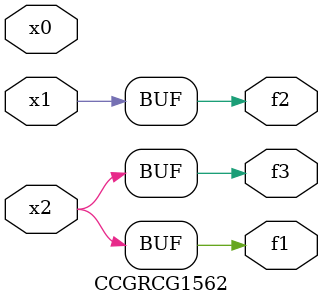
<source format=v>
module CCGRCG1562(
	input x0, x1, x2,
	output f1, f2, f3
);
	assign f1 = x2;
	assign f2 = x1;
	assign f3 = x2;
endmodule

</source>
